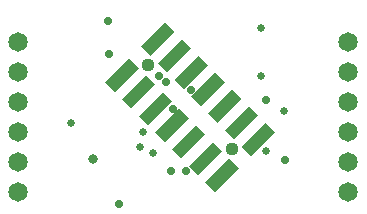
<source format=gbr>
G04 EAGLE Gerber X2 export*
%TF.Part,Single*%
%TF.FileFunction,Soldermask,Bot,1*%
%TF.FilePolarity,Negative*%
%TF.GenerationSoftware,Autodesk,EAGLE,9.0.1*%
%TF.CreationDate,2018-09-06T19:24:28Z*%
G75*
%MOMM*%
%FSLAX34Y34*%
%LPD*%
%AMOC8*
5,1,8,0,0,1.08239X$1,22.5*%
G01*
%ADD10C,1.651000*%
%ADD11R,1.127000X2.877000*%
%ADD12C,1.127000*%
%ADD13C,0.731000*%
%ADD14C,0.681000*%
%ADD15C,0.831000*%


D10*
X82550Y244458D03*
X82550Y219058D03*
X82550Y193658D03*
X82550Y168258D03*
X82550Y142858D03*
X82550Y117458D03*
X361950Y117458D03*
X361950Y142858D03*
X361950Y168258D03*
X361950Y193658D03*
X361950Y219058D03*
X361950Y244458D03*
D11*
G36*
X291518Y176534D02*
X299487Y168565D01*
X279144Y148222D01*
X271175Y156191D01*
X291518Y176534D01*
G37*
G36*
X277376Y190676D02*
X285345Y182707D01*
X265002Y162364D01*
X257033Y170333D01*
X277376Y190676D01*
G37*
G36*
X261113Y146129D02*
X269082Y138160D01*
X248739Y117817D01*
X240770Y125786D01*
X261113Y146129D01*
G37*
G36*
X246970Y160271D02*
X254939Y152302D01*
X234596Y131959D01*
X226627Y139928D01*
X246970Y160271D01*
G37*
G36*
X232828Y174413D02*
X240797Y166444D01*
X220454Y146101D01*
X212485Y154070D01*
X232828Y174413D01*
G37*
G36*
X263234Y204819D02*
X271203Y196850D01*
X250860Y176507D01*
X242891Y184476D01*
X263234Y204819D01*
G37*
G36*
X218686Y188555D02*
X226655Y180586D01*
X206312Y160243D01*
X198343Y168212D01*
X218686Y188555D01*
G37*
G36*
X249092Y218961D02*
X257061Y210992D01*
X236718Y190649D01*
X228749Y198618D01*
X249092Y218961D01*
G37*
G36*
X192170Y174385D02*
X184201Y182354D01*
X204544Y202697D01*
X212513Y194728D01*
X192170Y174385D01*
G37*
G36*
X222576Y204791D02*
X214607Y212760D01*
X234950Y233103D01*
X242919Y225134D01*
X222576Y204791D01*
G37*
G36*
X190402Y216839D02*
X198371Y208870D01*
X178028Y188527D01*
X170059Y196496D01*
X190402Y216839D01*
G37*
G36*
X220808Y247245D02*
X228777Y239276D01*
X208434Y218933D01*
X200465Y226902D01*
X220808Y247245D01*
G37*
G36*
X176260Y230982D02*
X184229Y223013D01*
X163886Y202670D01*
X155917Y210639D01*
X176260Y230982D01*
G37*
G36*
X206665Y261387D02*
X214634Y253418D01*
X194291Y233075D01*
X186322Y241044D01*
X206665Y261387D01*
G37*
D12*
X263057Y154247D03*
X192347Y224957D03*
D13*
X212952Y188368D03*
X228600Y204470D03*
D14*
X292100Y152400D03*
X288290Y215900D03*
X288290Y256540D03*
D13*
X201930Y215900D03*
X292100Y195580D03*
X207279Y210551D03*
X224790Y135194D03*
D14*
X307340Y186690D03*
D13*
X212090Y135194D03*
D14*
X196850Y151130D03*
D13*
X158750Y262890D03*
X159126Y234724D03*
X167640Y107950D03*
D14*
X187960Y168378D03*
D13*
X308610Y144780D03*
D14*
X127000Y176530D03*
X185434Y156210D03*
D15*
X146050Y146050D03*
M02*

</source>
